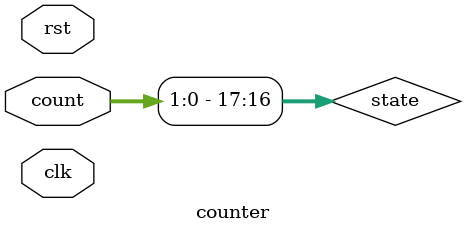
<source format=sv>
`timescale 1ns / 1ps


module counter#(parameter N=18, parameter M=2)(
    input logic clk,
    input logic rst,
    input logic [M-1:0] count
    );
    
    logic [N-1:0] state, nstate;
    
    always_ff @(posedge(clk), posedge(rst))
        if(rst)
            state<=0;
            else
            state<=nstate;
           
       
   assign nstate=state+1;
   
   assign count = state[N-1:N-M]; 
endmodule

</source>
